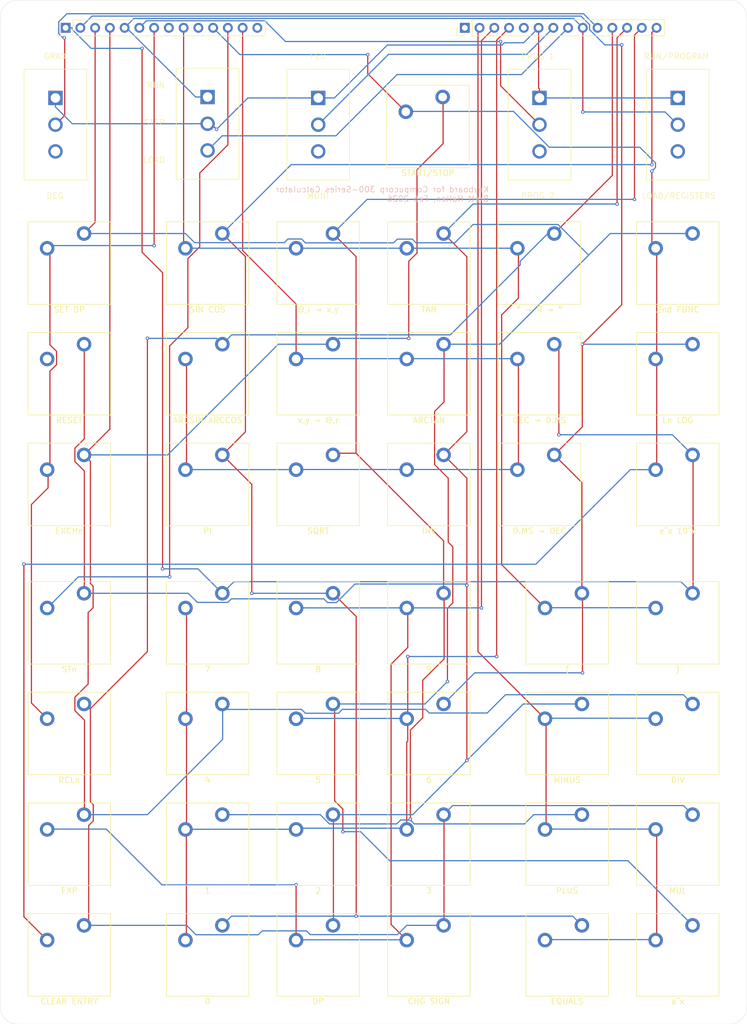
<source format=kicad_pcb>
(kicad_pcb (version 20241229) (generator "pcbnew") (generator_version "9.0")
  (title_block (title "Compucorp 300-Series Calculator Keyboard") (date "3/FEB/2026") (rev "WIP") (company "Brett Hallen"))
  (layers (0 "F.Cu" signal) (2 "B.Cu" signal) (13 "F.Paste" user) (15 "B.Paste" user) (5 "F.SilkS" user "F.Silkscreen") (7 "B.SilkS" user "B.Silkscreen") (1 "F.Mask" user) (3 "B.Mask" user) (25 "Edge.Cuts" user))
  (net 0 "")
  (net 1 "KB Col 3")
  (net 2 "KB Col 5")
  (net 3 "KB PROG 1")
  (net 5 "KB Col 2")
  (net 6 "KB Col 6")
  (net 7 "KB Col 4")
  (net 8 "KB Row 3")
  (net 9 "KB Row 2")
  (net 10 "KB RUN")
  (net 12 "KB Row 1")
  (net 13 "KB Col 1")
  (net 14 "KB Row 4")
  (net 15 "TCL02_38")
  (net 16 "KB FED")
  (net 17 "KB Row 8")
  (net 18 "KB Row 5")
  (net 19 "KB Col 7")
  (net 21 "KB LOAD")
  (net 22 "KB Col 8")
  (net 24 "KB Row 7")
  (net 25 "KB Col 9")
  (net 26 "KB Row 6")
  (net 27 "KB GRAD")
  (footprint "Connector_PinHeader_2.54mm:PinHeader_1x14_P2.54mm_Vertical" (layer "F.Cu") (at 116.0489 21.4317 90)
    (property "Reference" "J2" (hide yes))
    (property "Value" "Keyboard Right" (hide yes))
  )
  (footprint "Clueless_Engineer:L101021MS02Q" (layer "F.Cu") (at 128.9076 33.5008 180)
    (property "Reference" "SW46" (hide yes))
    (property "Value" "PROG 1/2" (hide yes))
  )
  (footprint "Clueless_Engineer:L101021MS02Q" (layer "F.Cu") (at 152.7206 33.5008 180)
    (property "Reference" "SW45" (hide yes))
    (property "Value" "RUN/LOAD" (hide yes))
  )
  (footprint "PCM_Switch_Keyboard_Cherry_MX:SW_Cherry_MX_PCB_1.00u" (layer "F.Cu") (at 152.7206 61.9138)
    (property "Reference" "SW10" (hide yes))
    (property "Value" "2nd FUNC")
  )
  (footprint "PCM_Switch_Keyboard_Cherry_MX:SW_Cherry_MX_PCB_1.00u" (layer "F.Cu") (at 47.9434 100.0146)
    (property "Reference" "SW14" (hide yes))
    (property "Value" "EXCHn")
  )
  (footprint "PCM_Switch_Keyboard_Cherry_MX:SW_Cherry_MX_PCB_1.00u" (layer "F.Cu") (at 71.7564 80.9642)
    (property "Reference" "SW23" (hide yes))
    (property "Value" "ARCSIN ARCCOS")
  )
  (footprint "PCM_Switch_Keyboard_Cherry_MX:SW_Cherry_MX_PCB_1.00u" (layer "F.Cu") (at 90.8068 80.9642)
    (property "Reference" "SW16" (hide yes))
    (property "Value" "x,y → Θ,r")
  )
  (footprint "PCM_Switch_Keyboard_Cherry_MX:SW_Cherry_MX_PCB_1.00u" (layer "F.Cu") (at 152.7206 142.878)
    (property "Reference" "SW17" (hide yes))
    (property "Value" "DIV")
  )
  (footprint "PCM_Switch_Keyboard_Cherry_MX:SW_Cherry_MX_PCB_1.00u" (layer "F.Cu") (at 133.6702 142.878)
    (property "Reference" "SW31" (hide yes))
    (property "Value" "MINUS")
  )
  (footprint "PCM_Switch_Keyboard_Cherry_MX:SW_Cherry_MX_PCB_1.00u" (layer "F.Cu") (at 128.9076 61.9138)
    (property "Reference" "SW22" (hide yes))
    (property "Value" "º → R → º")
  )
  (footprint "PCM_Switch_Keyboard_Cherry_MX:SW_Cherry_MX_PCB_1.00u" (layer "F.Cu") (at 71.7564 142.878)
    (property "Reference" "SW19" (hide yes))
    (property "Value" "4")
  )
  (footprint "PCM_Switch_Keyboard_Cherry_MX:SW_Cherry_MX_PCB_1.00u" (layer "F.Cu") (at 133.6702 161.9284)
    (property "Reference" "SW36" (hide yes))
    (property "Value" "PLUS")
  )
  (footprint "PCM_Switch_Keyboard_Cherry_MX:SW_Cherry_MX_PCB_1.00u" (layer "F.Cu") (at 90.8068 123.8276)
    (property "Reference" "SW42" (hide yes))
    (property "Value" "8")
  )
  (footprint "PCM_Switch_Keyboard_Cherry_MX:SW_Cherry_MX_PCB_1.00u" (layer "F.Cu") (at 47.9434 180.9788)
    (property "Reference" "SW21" (hide yes))
    (property "Value" "CLEAR ENTRY")
  )
  (footprint "PCM_Switch_Keyboard_Cherry_MX:SW_Cherry_MX_PCB_1.00u" (layer "F.Cu") (at 90.8068 142.878)
    (property "Reference" "SW13" (hide yes))
    (property "Value" "5")
  )
  (footprint "PCM_Switch_Keyboard_Cherry_MX:SW_Cherry_MX_PCB_1.00u" (layer "F.Cu") (at 109.8572 61.9138)
    (property "Reference" "SW29" (hide yes))
    (property "Value" "TAN")
  )
  (footprint "PCM_Switch_Keyboard_Cherry_MX:SW_Cherry_MX_PCB_1.00u" (layer "F.Cu") (at 152.7206 180.9788)
    (property "Reference" "SW12" (hide yes))
    (property "Value" "a^x")
  )
  (footprint "PCM_Switch_Keyboard_Cherry_MX:SW_Cherry_MX_PCB_1.00u" (layer "F.Cu") (at 109.8572 80.9642)
    (property "Reference" "SW11" (hide yes))
    (property "Value" "ARCTAN")
  )
  (footprint "Clueless_Engineer:L101021MS02Q" (layer "F.Cu") (at 90.8068 33.5008 180)
    (property "Reference" "SW44" (hide yes))
    (property "Value" "FED/MUNI" (hide yes))
  )
  (footprint "PCM_Switch_Keyboard_Cherry_MX:SW_Cherry_MX_PCB_1.00u" (layer "F.Cu") (at 109.8572 123.8276)
    (property "Reference" "SW37" (hide yes))
    (property "Value" "9")
  )
  (footprint "PCM_Switch_Keyboard_Cherry_MX:SW_Cherry_MX_PCB_1.00u" (layer "F.Cu") (at 128.9076 80.9642)
    (property "Reference" "SW3" (hide yes))
    (property "Value" "DEC → D.MS")
  )
  (footprint "PCM_Switch_Keyboard_Cherry_MX:SW_Cherry_MX_PCB_1.00u" (layer "F.Cu") (at 90.8068 161.9284)
    (property "Reference" "SW33" (hide yes))
    (property "Value" "2")
  )
  (footprint "PCM_Switch_Keyboard_Cherry_MX:SW_Cherry_MX_PCB_1.00u" (layer "F.Cu") (at 90.8068 100.0146)
    (property "Reference" "SW35" (hide yes))
    (property "Value" "SQRT")
  )
  (footprint "PCM_Switch_Keyboard_Cherry_MX:SW_Cherry_MX_PCB_1.00u" (layer "F.Cu") (at 152.7206 80.9642)
    (property "Reference" "SW5" (hide yes))
    (property "Value" "Ln LOG")
  )
  (footprint "PCM_Switch_Keyboard_Cherry_MX:SW_Cherry_MX_PCB_1.00u" (layer "F.Cu") (at 71.7564 100.0146)
    (property "Reference" "SW40" (hide yes))
    (property "Value" "PI")
  )
  (footprint "PCM_Switch_Keyboard_Cherry_MX:SW_Cherry_MX_PCB_1.00u" (layer "F.Cu") (at 109.8572 100.0146)
    (property "Reference" "SW30" (hide yes))
    (property "Value" "INV")
  )
  (footprint "PCM_Switch_Keyboard_Cherry_MX:SW_Cherry_MX_PCB_1.00u" (layer "F.Cu") (at 71.7564 61.9138)
    (property "Reference" "SW39" (hide yes))
    (property "Value" "SIN COS")
  )
  (footprint "Clueless_Engineer:L101021MS02Q" (layer "F.Cu") (at 71.7564 33.3382 180)
    (property "Reference" "SW47" (hide yes))
    (property "Value" "RUN/STEP/LOAD" (hide yes))
  )
  (footprint "PCM_Switch_Keyboard_Cherry_MX:SW_Cherry_MX_PCB_1.00u" (layer "F.Cu") (at 90.8068 180.9788)
    (property "Reference" "SW32" (hide yes))
    (property "Value" "DP")
  )
  (footprint "PCM_Switch_Keyboard_Cherry_MX:SW_Cherry_MX_PCB_1.00u" (layer "F.Cu") (at 71.7564 161.9284)
    (property "Reference" "SW38" (hide yes))
    (property "Value" "1")
  )
  (footprint "PCM_Switch_Keyboard_Cherry_MX:SW_Cherry_MX_PCB_1.00u" (layer "F.Cu") (at 71.7564 180.9788)
    (property "Reference" "SW43" (hide yes))
    (property "Value" "0")
  )
  (footprint "PCM_Switch_Keyboard_Cherry_MX:SW_Cherry_MX_PCB_1.00u" (layer "F.Cu") (at 109.8572 161.9284)
    (property "Reference" "SW26" (hide yes))
    (property "Value" "3")
  )
  (footprint "PCM_Switch_Keyboard_Cherry_MX:SW_Cherry_MX_PCB_1.00u" (layer "F.Cu") (at 152.7206 161.9284)
    (property "Reference" "SW24" (hide yes))
    (property "Value" "MUL")
  )
  (footprint "PCM_Switch_Keyboard_Cherry_MX:SW_Cherry_MX_PCB_1.00u" (layer "F.Cu") (at 47.9434 80.9642)
    (property "Reference" "SW28" (hide yes))
    (property "Value" "RESET")
  )
  (footprint "PCM_Switch_Keyboard_Cherry_MX:SW_Cherry_MX_PCB_1.00u" (layer "F.Cu") (at 47.9434 161.9284)
    (property "Reference" "SW18" (hide yes))
    (property "Value" "EXP")
  )
  (footprint "Clueless_Engineer:L101021MS02Q" (layer "F.Cu") (at 45.5621 33.5008 180)
    (property "Reference" "SW48" (hide yes))
    (property "Value" "GRAD/DEG" (hide yes))
  )
  (footprint "PCM_Switch_Keyboard_Cherry_MX:SW_Cherry_MX_PCB_1.00u" (layer "F.Cu") (at 47.9434 142.878)
    (property "Reference" "SW20" (hide yes))
    (property "Value" "RCLn")
  )
  (footprint "Connector_PinHeader_2.54mm:PinHeader_1x14_P2.54mm_Vertical" (layer "F.Cu") (at 47.3086 21.4317 90)
    (property "Reference" "J1" (hide yes))
    (property "Value" "Keyboard Left" (hide yes))
  )
  (footprint "PCM_Switch_Keyboard_Cherry_MX:SW_Cherry_MX_PCB_1.00u" (layer "F.Cu") (at 152.7206 123.8276)
    (property "Reference" "SW2" (hide yes))
    (property "Value" ")")
  )
  (footprint "PCM_Switch_Keyboard_Cherry_MX:SW_Cherry_MX_PCB_1.00u" (layer "F.Cu") (at 152.7206 100.0146)
    (property "Reference" "SW1" (hide yes))
    (property "Value" "e^x 10^x")
  )
  (footprint "PCM_Switch_Keyboard_Cherry_MX:SW_Cherry_MX_PCB_1.00u" (layer "F.Cu") (at 133.6702 123.8276)
    (property "Reference" "SW6" (hide yes))
    (property "Value" "(")
  )
  (footprint "PCM_Switch_Keyboard_Cherry_MX:SW_Cherry_MX_PCB_1.00u" (layer "F.Cu") (at 90.8068 61.9138)
    (property "Reference" "SW34" (hide yes))
    (property "Value" "Θ,r → x,y")
  )
  (footprint "PCM_Switch_Keyboard_Cherry_MX:SW_Cherry_MX_PCB_1.00u" (layer "F.Cu") (at 47.9434 61.9138)
    (property "Reference" "SW9" (hide yes))
    (property "Value" "SET DP")
  )
  (footprint "PCM_Switch_Keyboard_Cherry_MX:SW_Cherry_MX_PCB_1.00u" (layer "F.Cu") (at 71.7564 123.8276)
    (property "Reference" "SW4" (hide yes))
    (property "Value" "7")
  )
  (footprint "PCM_Switch_Keyboard_Cherry_MX:SW_Cherry_MX_PCB_1.00u" (layer "F.Cu") (at 109.8572 180.9788)
    (property "Reference" "SW25" (hide yes))
    (property "Value" "CHG SIGN")
  )
  (footprint "PCM_Switch_Keyboard_Cherry_MX:SW_Cherry_MX_PCB_1.00u" (layer "F.Cu") (at 109.8572 142.878)
    (property "Reference" "SW8" (hide yes))
    (property "Value" "6")
  )
  (footprint "PCM_Switch_Keyboard_Cherry_MX:SW_Cherry_MX_PCB_1.00u" (layer "F.Cu") (at 47.9434 123.8276)
    (property "Reference" "SW27" (hide yes))
    (property "Value" "STn")
  )
  (footprint "PCM_Switch_Keyboard_Cherry_MX:SW_Cherry_MX_PCB_1.00u" (layer "F.Cu") (at 133.6702 180.9788)
    (property "Reference" "SW41" (hide yes))
    (property "Value" "EQUALS")
  )
  (footprint "PCM_Switch_Keyboard_Cherry_MX:SW_Cherry_MX_PCB_1.00u" (layer "F.Cu") (at 128.9076 100.0146)
    (property "Reference" "SW7" (hide yes))
    (property "Value" "D.MS → DEC")
  )
  (footprint "PCM_Switch_Keyboard_Cherry_MX:SW_Cherry_MX_PCB_1.00u" (layer "F.Cu") (at 109.6985 38.4182)
    (property "Reference" "SW15" (hide yes))
    (property "Value" "START/STOP")
  )
  (gr_arc (start 36.0369 19.6691) (mid 36.91558 17.54778) (end 39.0369 16.6691) (stroke (width 0.05)) (layer "Edge.Cuts"))
  (gr_line (start 161.6271 192.8853) (end 39.0369 192.8853) (stroke (width 0.05)) (layer "Edge.Cuts"))
  (gr_arc (start 39.0369 192.8853) (mid 36.91558 192.00662) (end 36.0369 189.8853) (stroke (width 0.05)) (layer "Edge.Cuts"))
  (gr_line (start 36.0369 189.8853) (end 36.0369 19.6691) (stroke (width 0.05)) (layer "Edge.Cuts"))
  (gr_arc (start 161.6271 16.6691) (mid 163.74842 17.54778) (end 164.6271 19.6691) (stroke (width 0.05)) (layer "Edge.Cuts"))
  (gr_line (start 164.6271 19.6691) (end 164.6271 189.8853) (stroke (width 0.05)) (layer "Edge.Cuts"))
  (gr_arc (start 164.6271 189.8853) (mid 163.74842 192.00662) (end 161.6271 192.8853) (stroke (width 0.05)) (layer "Edge.Cuts"))
  (gr_line (start 39.0369 16.6691) (end 161.6271 16.6691) (stroke (width 0.05)) (layer "Edge.Cuts"))
  (gr_text "MUNI" (at 88.8434 50.9388 0) (layer "F.SilkS") (effects (font (size 1 1) (thickness 0.1)) (justify left bottom)))
  (gr_text "DEG" (at 43.9684 50.9388 0) (layer "F.SilkS") (effects (font (size 1 1) (thickness 0.1)) (justify left bottom)))
  (gr_text "RUN\n\n\n\nSTEP\n\n\n\nLOAD" (at 64.4684 44.7638 0) (layer "F.SilkS") (effects (font (size 1 1) (thickness 0.1)) (justify right bottom)))
  (gr_text "GRAD" (at 43.49221 26.9138 0) (layer "F.SilkS") (effects (font (size 1 1) (thickness 0.1)) (justify left bottom)))
  (gr_text "PROG 2" (at 125.6684 50.9388 0) (layer "F.SilkS") (effects (font (size 1 1) (thickness 0.1)) (justify left bottom)))
  (gr_text "LOAD/REGISTERS" (at 146.4684 50.9388 0) (layer "F.SilkS") (effects (font (size 1 1) (thickness 0.1)) (justify left bottom)))
  (gr_text "PROG 1" (at 125.6684 26.9138 0) (layer "F.SilkS") (effects (font (size 1 1) (thickness 0.1)) (justify left bottom)))
  (gr_text "FED" (at 89.31959 26.9138 0) (layer "F.SilkS") (effects (font (size 1 1) (thickness 0.1)) (justify left bottom)))
  (gr_text "RUN/PROGRAM" (at 146.8184 26.9138 0) (layer "F.SilkS") (effects (font (size 1 1) (thickness 0.1)) (justify left bottom)))
  (gr_text "Keyboard for Compucorp 300-Series Calculator\nBrett Hallen, Feb 2026" (at 120.2684 51.4388 0) (layer "B.SilkS") (effects (font (size 1 1) (thickness 0.1)) (justify left bottom mirror)))
  (segment (start 129.8602 121.2876) (end 122.3977 113.8251) (width 0.2) (layer "F.Cu") (net 2))
  (segment (start 67.6286 59.056) (end 67.6286 21.4317) (width 0.2) (layer "F.Cu") (net 2))
  (segment (start 125.2755 67.9434) (end 125.2755 59.5517) (width 0.2) (layer "F.Cu") (net 2))
  (segment (start 67.9464 59.3738) (end 67.6286 59.056) (width 0.2) (layer "F.Cu") (net 2))
  (segment (start 122.3977 113.8251) (end 122.3977 70.8212) (width 0.2) (layer "F.Cu") (net 2))
  (segment (start 125.2755 59.5517) (end 125.0976 59.3738) (width 0.2) (layer "F.Cu") (net 2))
  (segment (start 122.3977 70.8212) (end 125.2755 67.9434) (width 0.2) (layer "F.Cu") (net 2))
  (segment (start 106.0472 59.3598) (end 125.0836 59.3598) (width 0.2) (layer "B.Cu") (net 2))
  (segment (start 129.8602 121.2876) (end 129.9103 121.2375) (width 0.2) (layer "B.Cu") (net 2))
  (segment (start 86.9968 59.3598) (end 67.9604 59.3598) (width 0.2) (layer "B.Cu") (net 2))
  (segment (start 86.9968 59.3738) (end 86.9968 59.3598) (width 0.2) (layer "B.Cu") (net 2))
  (segment (start 67.9604 59.3598) (end 67.9464 59.3738) (width 0.2) (layer "B.Cu") (net 2))
  (segment (start 106.0472 59.3598) (end 106.0472 59.3738) (width 0.2) (layer "B.Cu") (net 2))
  (segment (start 86.9968 59.3598) (end 106.0472 59.3598) (width 0.2) (layer "B.Cu") (net 2))
  (segment (start 129.9103 121.2375) (end 148.8605 121.2375) (width 0.2) (layer "B.Cu") (net 2))
  (segment (start 148.8605 121.2375) (end 148.9106 121.2876) (width 0.2) (layer "B.Cu") (net 2))
  (segment (start 125.0836 59.3598) (end 125.0976 59.3738) (width 0.2) (layer "B.Cu") (net 2))
  (segment (start 128.9076 38.1008) (end 122.2142 31.4074) (width 0.2) (layer "F.Cu") (net 3))
  (segment (start 122.2142 31.4074) (end 122.2142 23.7878) (width 0.2) (layer "F.Cu") (net 3))
  (via (at 122.2142 23.7878) (size 0.6) (drill 0.3) (layers "F.Cu" "B.Cu") (net 3))
  (segment (start 85.1644 23.7878) (end 81.5907 20.2141) (width 0.2) (layer "B.Cu") (net 3))
  (segment (start 81.5907 20.2141) (end 61.2262 20.2141) (width 0.2) (layer "B.Cu") (net 3))
  (segment (start 61.2262 20.2141) (end 60.0086 21.4317) (width 0.2) (layer "B.Cu") (net 3))
  (segment (start 122.2142 23.7878) (end 85.1644 23.7878) (width 0.2) (layer "B.Cu") (net 3))
  (segment (start 68.3622 73.0461) (end 65.2182 76.1901) (width 0.2) (layer "F.Cu") (net 5))
  (segment (start 68.3622 61.1525) (end 68.3622 73.0461) (width 0.2) (layer "F.Cu") (net 5))
  (segment (start 70.4077 46.4144) (end 70.4077 59.107) (width 0.2) (layer "F.Cu") (net 5))
  (segment (start 65.2182 76.1901) (end 65.2182 115.9172) (width 0.2) (layer "F.Cu") (net 5))
  (segment (start 70.4077 59.107) (end 68.3622 61.1525) (width 0.2) (layer "F.Cu") (net 5))
  (segment (start 75.2486 21.4317) (end 75.2486 41.5735) (width 0.2) (layer "F.Cu") (net 5))
  (segment (start 75.2486 41.5735) (end 70.4077 46.4144) (width 0.2) (layer "F.Cu") (net 5))
  (via (at 65.2182 115.9172) (size 0.6) (drill 0.3) (layers "F.Cu" "B.Cu") (net 5))
  (segment (start 44.1334 121.2876) (end 49.5038 115.9172) (width 0.2) (layer "B.Cu") (net 5))
  (segment (start 49.5038 115.9172) (end 65.2182 115.9172) (width 0.2) (layer "B.Cu") (net 5))
  (segment (start 125.2755 78.6021) (end 125.0976 78.4242) (width 0.2) (layer "F.Cu") (net 6))
  (segment (start 68.1243 97.2967) (end 68.1243 78.6021) (width 0.2) (layer "F.Cu") (net 6))
  (segment (start 77.7886 59.7601) (end 77.7886 21.4317) (width 0.2) (layer "F.Cu") (net 6))
  (segment (start 67.9464 97.4746) (end 68.1243 97.2967) (width 0.2) (layer "F.Cu") (net 6))
  (segment (start 68.1243 78.6021) (end 67.9464 78.4242) (width 0.2) (layer "F.Cu") (net 6))
  (segment (start 86.9968 78.4242) (end 86.9968 68.9683) (width 0.2) (layer "F.Cu") (net 6))
  (segment (start 125.2755 97.2967) (end 125.2755 78.6021) (width 0.2) (layer "F.Cu") (net 6))
  (segment (start 86.9968 68.9683) (end 77.7886 59.7601) (width 0.2) (layer "F.Cu") (net 6))
  (segment (start 125.0976 97.4746) (end 125.2755 97.2967) (width 0.2) (layer "F.Cu") (net 6))
  (segment (start 106.0472 97.4466) (end 87.0248 97.4466) (width 0.2) (layer "B.Cu") (net 6))
  (segment (start 67.9581 97.4629) (end 86.9851 97.4629) (width 0.2) (layer "B.Cu") (net 6))
  (segment (start 106.1032 78.3682) (end 106.0472 78.4242) (width 0.2) (layer "B.Cu") (net 6))
  (segment (start 125.0976 97.4746) (end 125.0696 97.4466) (width 0.2) (layer "B.Cu") (net 6))
  (segment (start 87.0248 97.4466) (end 86.9968 97.4746) (width 0.2) (layer "B.Cu") (net 6))
  (segment (start 87.0528 78.3682) (end 86.9968 78.4242) (width 0.2) (layer "B.Cu") (net 6))
  (segment (start 67.9464 97.4746) (end 67.9581 97.4629) (width 0.2) (layer "B.Cu") (net 6))
  (segment (start 105.9912 78.3682) (end 87.0528 78.3682) (width 0.2) (layer "B.Cu") (net 6))
  (segment (start 125.0416 78.3682) (end 106.1032 78.3682) (width 0.2) (layer "B.Cu") (net 6))
  (segment (start 125.0976 78.4242) (end 125.0416 78.3682) (width 0.2) (layer "B.Cu") (net 6))
  (segment (start 125.0696 97.4466) (end 106.0472 97.4466) (width 0.2) (layer "B.Cu") (net 6))
  (segment (start 86.9851 97.4629) (end 86.9968 97.4746) (width 0.2) (layer "B.Cu") (net 6))
  (segment (start 106.0472 97.4466) (end 106.0472 97.4746) (width 0.2) (layer "B.Cu") (net 6))
  (segment (start 106.0472 78.4242) (end 105.9912 78.3682) (width 0.2) (layer "B.Cu") (net 6))
  (segment (start 149.0885 78.2463) (end 149.0885 59.5517) (width 0.2) (layer "F.Cu") (net 7))
  (segment (start 148.2569 58.7201) (end 148.2569 46.0946) (width 0.2) (layer "F.Cu") (net 7))
  (segment (start 105.8885 35.8782) (end 99.3348 29.3245) (width 0.2) (layer "F.Cu") (net 7))
  (segment (start 99.3348 29.3245) (end 99.3348 26.0381) (width 0.2) (layer "F.Cu") (net 7))
  (segment (start 149.0885 59.5517) (end 148.9106 59.3738) (width 0.2) (layer "F.Cu") (net 7))
  (segment (start 40.1279 174.4333) (end 40.1279 113.7473) (width 0.2) (layer "F.Cu") (net 7))
  (segment (start 44.1334 178.4388) (end 40.1279 174.4333) (width 0.2) (layer "F.Cu") (net 7))
  (segment (start 148.9106 78.4242) (end 149.0885 78.2463) (width 0.2) (layer "F.Cu") (net 7))
  (segment (start 148.9106 97.4746) (end 149.0885 97.2967) (width 0.2) (layer "F.Cu") (net 7))
  (segment (start 149.0885 97.2967) (end 149.0885 78.6021) (width 0.2) (layer "F.Cu") (net 7))
  (segment (start 148.9106 59.3738) (end 148.2569 58.7201) (width 0.2) (layer "F.Cu") (net 7))
  (segment (start 149.0885 78.6021) (end 148.9106 78.4242) (width 0.2) (layer "F.Cu") (net 7))
  (via (at 40.1279 113.7473) (size 0.6) (drill 0.3) (layers "F.Cu" "B.Cu") (net 7))
  (via (at 148.2569 46.0946) (size 0.6) (drill 0.3) (layers "F.Cu" "B.Cu") (net 7))
  (via (at 99.3348 26.0381) (size 0.6) (drill 0.3) (layers "F.Cu" "B.Cu") (net 7))
  (segment (start 144.5514 97.4746) (end 148.9106 97.4746) (width 0.2) (layer "B.Cu") (net 7))
  (segment (start 105.8885 35.8782) (end 105.9445 35.8222) (width 0.2) (layer "B.Cu") (net 7))
  (segment (start 105.9445 35.8222) (end 124.4285 35.8222) (width 0.2) (layer "B.Cu") (net 7))
  (segment (start 124.4285 35.8222) (end 130.5912 41.9849) (width 0.2) (layer "B.Cu") (net 7))
  (segment (start 148.8804 44.6813) (end 148.8804 45.4711) (width 0.2) (layer "B.Cu") (net 7))
  (segment (start 99.3348 26.0381) (end 77.315 26.0381) (width 0.2) (layer "B.Cu") (net 7))
  (segment (start 77.315 26.0381) (end 72.7086 21.4317) (width 0.2) (layer "B.Cu") (net 7))
  (segment (start 146.184 41.9849) (end 148.8804 44.6813) (width 0.2) (layer "B.Cu") (net 7))
  (segment (start 40.1279 113.7473) (end 128.2787 113.7473) (width 0.2) (layer "B.Cu") (net 7))
  (segment (start 128.2787 113.7473) (end 144.5514 97.4746) (width 0.2) (layer "B.Cu") (net 7))
  (segment (start 148.8804 45.4711) (end 148.2569 46.0946) (width 0.2) (layer "B.Cu") (net 7))
  (segment (start 130.5912 41.9849) (end 146.184 41.9849) (width 0.2) (layer "B.Cu") (net 7))
  (segment (start 113.9779 110.7442) (end 113.1928 109.9591) (width 0.2) (layer "F.Cu") (net 8))
  (segment (start 52.3886 54.9286) (end 52.3886 21.4317) (width 0.2) (layer "F.Cu") (net 8))
  (segment (start 113.9779 120.4079) (end 113.9779 110.7442) (width 0.2) (layer "F.Cu") (net 8))
  (segment (start 113.1928 109.9591) (end 113.1928 98.952) (width 0.2) (layer "F.Cu") (net 8))
  (segment (start 93.6351 154.4717) (end 95.0464 155.883) (width 0.2) (layer "F.Cu") (net 8))
  (segment (start 50.4834 56.8338) (end 52.3886 54.9286) (width 0.2) (layer "F.Cu") (net 8))
  (segment (start 93.3468 137.798) (end 93.6351 138.0863) (width 0.2) (layer "F.Cu") (net 8))
  (segment (start 113.1928 98.952) (end 110.8419 96.6011) (width 0.2) (layer "F.Cu") (net 8))
  (segment (start 112.4695 85.8246) (end 112.4695 75.9565) (width 0.2) (layer "F.Cu") (net 8))
  (segment (start 113.0572 121.3286) (end 113.9779 120.4079) (width 0.2) (layer "F.Cu") (net 8))
  (segment (start 110.8419 96.6011) (end 110.8419 87.4522) (width 0.2) (layer "F.Cu") (net 8))
  (segment (start 110.8419 87.4522) (end 112.4695 85.8246) (width 0.2) (layer "F.Cu") (net 8))
  (segment (start 113.0572 133.9353) (end 113.0572 121.3286) (width 0.2) (layer "F.Cu") (net 8))
  (segment (start 112.4695 75.9565) (end 112.3972 75.8842) (width 0.2) (layer "F.Cu") (net 8))
  (segment (start 95.0464 155.883) (end 95.0464 159.7771) (width 0.2) (layer "F.Cu") (net 8))
  (segment (start 93.6351 138.0863) (end 93.6351 154.4717) (width 0.2) (layer "F.Cu") (net 8))
  (via (at 113.0572 133.9353) (size 0.6) (drill 0.3) (layers "F.Cu" "B.Cu") (net 8))
  (via (at 95.0464 159.7771) (size 0.6) (drill 0.3) (layers "F.Cu" "B.Cu") (net 8))
  (segment (start 104.4233 57.7961) (end 107.0095 57.7961) (width 0.2) (layer "B.Cu") (net 8))
  (segment (start 141.0884 56.8338) (end 137.3701 60.5521) (width 0.2) (layer "B.Cu") (net 8))
  (segment (start 107.6452 58.4318) (end 114.3289 58.4318) (width 0.2) (layer "B.Cu") (net 8))
  (segment (start 103.7772 58.4422) (end 104.4233 57.7961) (width 0.2) (layer "B.Cu") (net 8))
  (segment (start 50.4834 56.8338) (end 67.9464 56.8338) (width 0.2) (layer "B.Cu") (net 8))
  (segment (start 87.9362 57.7732) (end 88.6052 58.4422) (width 0.2) (layer "B.Cu") (net 8))
  (segment (start 155.2606 175.8988) (end 144.1332 164.7714) (width 0.2) (layer "B.Cu") (net 8))
  (segment (start 88.6052 58.4422) (end 103.7772 58.4422) (width 0.2) (layer "B.Cu") (net 8))
  (segment (start 103.0902 164.7714) (end 98.0959 159.7771) (width 0.2) (layer "B.Cu") (net 8))
  (segment (start 84.9739 58.4037) (end 85.6044 57.7732) (width 0.2) (layer "B.Cu") (net 8))
  (segment (start 85.6044 57.7732) (end 87.9362 57.7732) (width 0.2) (layer "B.Cu") (net 8))
  (segment (start 114.3289 58.4318) (end 117.4832 55.2775) (width 0.2) (layer "B.Cu") (net 8))
  (segment (start 117.4832 55.2775) (end 132.0955 55.2775) (width 0.2) (layer "B.Cu") (net 8))
  (segment (start 67.9464 56.8338) (end 69.5163 58.4037) (width 0.2) (layer "B.Cu") (net 8))
  (segment (start 107.0095 57.7961) (end 107.6452 58.4318) (width 0.2) (layer "B.Cu") (net 8))
  (segment (start 93.3468 137.798) (end 109.1945 137.798) (width 0.2) (layer "B.Cu") (net 8))
  (segment (start 144.1332 164.7714) (end 103.0902 164.7714) (width 0.2) (layer "B.Cu") (net 8))
  (segment (start 109.1945 137.798) (end 113.0572 133.9353) (width 0.2) (layer "B.Cu") (net 8))
  (segment (start 155.2606 56.8338) (end 141.0884 56.8338) (width 0.2) (layer "B.Cu") (net 8))
  (segment (start 122.038 75.8842) (end 112.3972 75.8842) (width 0.2) (layer "B.Cu") (net 8))
  (segment (start 98.0959 159.7771) (end 95.0464 159.7771) (width 0.2) (layer "B.Cu") (net 8))
  (segment (start 137.3701 60.5521) (end 122.038 75.8842) (width 0.2) (layer "B.Cu") (net 8))
  (segment (start 69.5163 58.4037) (end 84.9739 58.4037) (width 0.2) (layer "B.Cu") (net 8))
  (segment (start 132.0955 55.2775) (end 137.3701 60.5521) (width 0.2) (layer "B.Cu") (net 8))
  (segment (start 136.2102 118.3246) (end 136.2102 118.7476) (width 0.2) (layer "F.Cu") (net 9))
  (segment (start 131.4476 94.9346) (end 136.2761 90.1061) (width 0.2) (layer "F.Cu") (net 9))
  (segment (start 136.2761 90.1061) (end 136.2761 75.8842) (width 0.2) (layer "F.Cu") (net 9))
  (segment (start 136.2102 118.3246) (end 136.3096 118.424) (width 0.2) (layer "F.Cu") (net 9))
  (segment (start 136.2761 75.8842) (end 143.0653 69.095) (width 0.2) (layer "F.Cu") (net 9))
  (segment (start 136.3096 118.424) (end 136.3096 132.4392) (width 0.2) (layer "F.Cu") (net 9))
  (segment (start 143.0653 69.095) (end 143.0653 24.3674) (width 0.2) (layer "F.Cu") (net 9))
  (segment (start 131.4476 94.9346) (end 136.2102 99.6972) (width 0.2) (layer "F.Cu") (net 9))
  (segment (start 136.2102 99.6972) (end 136.2102 118.3246) (width 0.2) (layer "F.Cu") (net 9))
  (via (at 136.2761 75.8842) (size 0.6) (drill 0.3) (layers "F.Cu" "B.Cu") (net 9))
  (via (at 136.3096 132.4392) (size 0.6) (drill 0.3) (layers "F.Cu" "B.Cu") (net 9))
  (via (at 143.0653 24.3674) (size 0.6) (drill 0.3) (layers "F.Cu" "B.Cu") (net 9))
  (segment (start 136.0499 19.4107) (end 51.8696 19.4107) (width 0.2) (layer "B.Cu") (net 9))
  (segment (start 137.5206 20.8814) (end 136.0499 19.4107) (width 0.2) (layer "B.Cu") (net 9))
  (segment (start 51.8696 19.4107) (end 49.8486 21.4317) (width 0.2) (layer "B.Cu") (net 9))
  (segment (start 143.0653 24.3674) (end 140.1473 24.3674) (width 0.2) (layer "B.Cu") (net 9))
  (segment (start 137.5206 21.7407) (end 137.5206 20.8814) (width 0.2) (layer "B.Cu") (net 9))
  (segment (start 155.2606 75.8842) (end 136.2761 75.8842) (width 0.2) (layer "B.Cu") (net 9))
  (segment (start 140.1473 24.3674) (end 137.5206 21.7407) (width 0.2) (layer "B.Cu") (net 9))
  (segment (start 117.756 132.4392) (end 136.3096 132.4392) (width 0.2) (layer "B.Cu") (net 9))
  (segment (start 112.3972 137.798) (end 117.756 132.4392) (width 0.2) (layer "B.Cu") (net 9))
  (segment (start 136.3689 21.4317) (end 136.3689 35.912) (width 0.2) (layer "F.Cu") (net 10))
  (via (at 136.3689 35.912) (size 0.6) (drill 0.3) (layers "F.Cu" "B.Cu") (net 10))
  (segment (start 71.7564 33.3382) (end 69.7006 33.3382) (width 0.2) (layer "B.Cu") (net 10))
  (segment (start 136.3689 21.4317) (end 134.7496 19.8124) (width 0.2) (layer "B.Cu") (net 10))
  (segment (start 69.7006 33.3382) (end 57.7941 21.4317) (width 0.2) (layer "B.Cu") (net 10))
  (segment (start 134.7496 19.8124) (end 59.0879 19.8124) (width 0.2) (layer "B.Cu") (net 10))
  (segment (start 150.5318 35.912) (end 136.3689 35.912) (width 0.2) (layer "B.Cu") (net 10))
  (segment (start 57.7941 21.4317) (end 57.4686 21.4317) (width 0.2) (layer "B.Cu") (net 10))
  (segment (start 152.7206 38.1008) (end 150.5318 35.912) (width 0.2) (layer "B.Cu") (net 10))
  (segment (start 59.0879 19.8124) (end 57.4686 21.4317) (width 0.2) (layer "B.Cu") (net 10))
  (segment (start 155.3533 118.6549) (end 155.2606 118.7476) (width 0.2) (layer "F.Cu") (net 12))
  (segment (start 64.006 114.5448) (end 64.006 63.578) (width 0.2) (layer "F.Cu") (net 12))
  (segment (start 155.2606 94.9346) (end 155.3533 95.0273) (width 0.2) (layer "F.Cu") (net 12))
  (segment (start 64.006 63.578) (end 60.4747 60.0467) (width 0.2) (layer "F.Cu") (net 12))
  (segment (start 132.2432 76.6798) (end 131.4476 75.8842) (width 0.2) (layer "F.Cu") (net 12))
  (segment (start 60.4747 60.0467) (end 60.4747 24.9632) (width 0.2) (layer "F.Cu") (net 12))
  (segment (start 132.2432 91.4654) (end 132.2432 76.6798) (width 0.2) (layer "F.Cu") (net 12))
  (segment (start 155.3533 95.0273) (end 155.3533 118.6549) (width 0.2) (layer "F.Cu") (net 12))
  (via (at 64.006 114.5448) (size 0.6) (drill 0.3) (layers "F.Cu" "B.Cu") (net 12))
  (via (at 132.2432 91.4654) (size 0.6) (drill 0.3) (layers "F.Cu" "B.Cu") (net 12))
  (via (at 60.4747 24.9632) (size 0.6) (drill 0.3) (layers "F.Cu" "B.Cu") (net 12))
  (segment (start 48.4603 21.7196) (end 48.4603 21.4317) (width 0.2) (layer "B.Cu") (net 12))
  (segment (start 155.2606 94.9346) (end 151.7914 91.4654) (width 0.2) (layer "B.Cu") (net 12))
  (segment (start 47.3086 21.4317) (end 48.4603 21.4317) (width 0.2) (layer "B.Cu") (net 12))
  (segment (start 74.2964 118.7476) (end 70.0936 114.5448) (width 0.2) (layer "B.Cu") (net 12))
  (segment (start 51.7039 24.9632) (end 48.4603 21.7196) (width 0.2) (layer "B.Cu") (net 12))
  (segment (start 60.4747 24.9632) (end 51.7039 24.9632) (width 0.2) (layer "B.Cu") (net 12))
  (segment (start 76.2926 116.7514) (end 74.2964 118.7476) (width 0.2) (layer "B.Cu") (net 12))
  (segment (start 70.0936 114.5448) (end 64.006 114.5448) (width 0.2) (layer "B.Cu") (net 12))
  (segment (start 155.2606 118.7476) (end 153.2644 116.7514) (width 0.2) (layer "B.Cu") (net 12))
  (segment (start 151.7914 91.4654) (end 132.2432 91.4654) (width 0.2) (layer "B.Cu") (net 12))
  (segment (start 153.2644 116.7514) (end 76.2926 116.7514) (width 0.2) (layer "B.Cu") (net 12))
  (segment (start 41.4236 137.6282) (end 41.4236 103.4721) (width 0.2) (layer "F.Cu") (net 13))
  (segment (start 44.6079 75.9746) (end 45.7485 77.1152) (width 0.2) (layer "F.Cu") (net 13))
  (segment (start 44.608 80.5365) (end 44.608 97) (width 0.2) (layer "F.Cu") (net 13))
  (segment (start 44.2901 100.6056) (end 44.2901 97.6313) (width 0.2) (layer "F.Cu") (net 13))
  (segment (start 44.2901 97.6313) (end 44.1334 97.4746) (width 0.2) (layer "F.Cu") (net 13))
  (segment (start 41.4236 103.4721) (end 44.2901 100.6056) (width 0.2) (layer "F.Cu") (net 13))
  (segment (start 44.1334 59.3738) (end 44.6079 59.8483) (width 0.2) (layer "F.Cu") (net 13))
  (segment (start 45.7485 79.396) (end 44.608 80.5365) (width 0.2) (layer "F.Cu") (net 13))
  (segment (start 44.1334 140.338) (end 41.4236 137.6282) (width 0.2) (layer "F.Cu") (net 13))
  (segment (start 45.7485 77.1152) (end 45.7485 79.396) (width 0.2) (layer "F.Cu") (net 13))
  (segment (start 44.6079 59.8483) (end 44.6079 75.9746) (width 0.2) (layer "F.Cu") (net 13))
  (segment (start 62.5486 21.4317) (end 62.5486 58.9085) (width 0.2) (layer "F.Cu") (net 13))
  (segment (start 44.608 97) (end 44.1334 97.4746) (width 0.2) (layer "F.Cu") (net 13))
  (via (at 62.5486 58.9085) (size 0.6) (drill 0.3) (layers "F.Cu" "B.Cu") (net 13))
  (segment (start 44.5987 58.9085) (end 62.5486 58.9085) (width 0.2) (layer "B.Cu") (net 13))
  (segment (start 44.1334 59.3738) (end 44.5987 58.9085) (width 0.2) (layer "B.Cu") (net 13))
  (segment (start 50.4834 156.8484) (end 50.5543 156.7775) (width 0.2) (layer "F.Cu") (net 14))
  (segment (start 50.4834 94.9346) (end 54.9286 90.4894) (width 0.2) (layer "F.Cu") (net 14))
  (segment (start 48.9099 136.6371) (end 51.1875 134.3595) (width 0.2) (layer "F.Cu") (net 14))
  (segment (start 106.3958 61.6121) (end 106.3958 74.8799) (width 0.2) (layer "F.Cu") (net 14))
  (segment (start 107.8184 60.1895) (end 106.3958 61.6121) (width 0.2) (layer "F.Cu") (net 14))
  (segment (start 51.578 96.0292) (end 50.4834 94.9346) (width 0.2) (layer "F.Cu") (net 14))
  (segment (start 107.8184 45.8513) (end 107.8184 60.1895) (width 0.2) (layer "F.Cu") (net 14))
  (segment (start 52.0463 117.5248) (end 51.578 117.0565) (width 0.2) (layer "F.Cu") (net 14))
  (segment (start 48.9099 138.9426) (end 48.9099 136.6371) (width 0.2) (layer "F.Cu") (net 14))
  (segment (start 54.9286 90.4894) (end 54.9286 21.4317) (width 0.2) (layer "F.Cu") (net 14))
  (segment (start 112.3053 33.405) (end 112.3053 41.3644) (width 0.2) (layer "F.Cu") (net 14))
  (segment (start 112.2385 33.3382) (end 112.3053 33.405) (width 0.2) (layer "F.Cu") (net 14))
  (segment (start 50.5543 156.7775) (end 50.5543 140.587) (width 0.2) (layer "F.Cu") (net 14))
  (segment (start 51.578 117.0565) (end 51.578 96.0292) (width 0.2) (layer "F.Cu") (net 14))
  (segment (start 112.3053 41.3644) (end 107.8184 45.8513) (width 0.2) (layer "F.Cu") (net 14))
  (segment (start 51.1875 134.3595) (end 51.1875 122.0827) (width 0.2) (layer "F.Cu") (net 14))
  (segment (start 51.1875 122.0827) (end 52.0463 121.2239) (width 0.2) (layer "F.Cu") (net 14))
  (segment (start 52.0463 121.2239) (end 52.0463 117.5248) (width 0.2) (layer "F.Cu") (net 14))
  (segment (start 50.5543 140.587) (end 48.9099 138.9426) (width 0.2) (layer "F.Cu") (net 14))
  (via (at 106.3958 74.8799) (size 0.6) (drill 0.3) (layers "F.Cu" "B.Cu") (net 14))
  (segment (start 153.673 136.2104) (end 123.0559 136.2104) (width 0.2) (layer "B.Cu") (net 14))
  (segment (start 64.8837 94.9346) (end 50.4834 94.9346) (width 0.2) (layer "B.Cu") (net 14))
  (segment (start 74.3491 143.9041) (end 74.3491 138.7356) (width 0.2) (layer "B.Cu") (net 14))
  (segment (start 50.4834 156.8484) (end 61.4048 156.8484) (width 0.2) (layer "B.Cu") (net 14))
  (segment (start 123.0559 136.2104) (end 119.9138 139.3525) (width 0.2) (layer "B.Cu") (net 14))
  (segment (start 94.2916 139.3932) (end 88.592 139.3932) (width 0.2) (layer "B.Cu") (net 14))
  (segment (start 109.9382 139.3525) (end 109.3109 138.7252) (width 0.2) (layer "B.Cu") (net 14))
  (segment (start 119.9138 139.3525) (end 109.9382 139.3525) (width 0.2) (layer "B.Cu") (net 14))
  (segment (start 93.3468 75.8842) (end 94.3511 74.8799) (width 0.2) (layer "B.Cu") (net 14))
  (segment (start 61.4048 156.8484) (end 74.3491 143.9041) (width 0.2) (layer "B.Cu") (net 14))
  (segment (start 93.3468 75.8842) (end 83.9341 75.8842) (width 0.2) (layer "B.Cu") (net 14))
  (segment (start 88.592 139.3932) (end 87.9344 138.7356) (width 0.2) (layer "B.Cu") (net 14))
  (segment (start 94.3511 74.8799) (end 106.3958 74.8799) (width 0.2) (layer "B.Cu") (net 14))
  (segment (start 155.2606 137.798) (end 153.673 136.2104) (width 0.2) (layer "B.Cu") (net 14))
  (segment (start 87.9344 138.7356) (end 74.3491 138.7356) (width 0.2) (layer "B.Cu") (net 14))
  (segment (start 74.3491 138.7356) (end 74.3491 137.8507) (width 0.2) (layer "B.Cu") (net 14))
  (segment (start 74.3491 137.8507) (end 74.2964 137.798) (width 0.2) (layer "B.Cu") (net 14))
  (segment (start 83.9341 75.8842) (end 64.8837 94.9346) (width 0.2) (layer "B.Cu") (net 14))
  (segment (start 109.3109 138.7252) (end 94.9596 138.7252) (width 0.2) (layer "B.Cu") (net 14))
  (segment (start 94.9596 138.7252) (end 94.2916 139.3932) (width 0.2) (layer "B.Cu") (net 14))
  (segment (start 72.3229 37.9382) (end 73.2869 38.9022) (width 0.2) (layer "F.Cu") (net 15))
  (segment (start 128.9076 33.5008) (end 128.9076 31.9616) (width 0.2) (layer "F.Cu") (net 15))
  (segment (start 128.9076 31.9616) (end 128.7489 31.8029) (width 0.2) (layer "F.Cu") (net 15))
  (segment (start 128.7489 31.8029) (end 128.7489 21.4317) (width 0.2) (layer "F.Cu") (net 15))
  (segment (start 71.7564 37.9382) (end 72.3229 37.9382) (width 0.2) (layer "F.Cu") (net 15))
  (via (at 73.2869 38.9022) (size 0.6) (drill 0.3) (layers "F.Cu" "B.Cu") (net 15))
  (segment (start 102.7027 24.3895) (end 122.4634 24.3895) (width 0.2) (layer "B.Cu") (net 15))
  (segment (start 48.4603 37.9382) (end 71.7564 37.9382) (width 0.2) (layer "B.Cu") (net 15))
  (segment (start 126.1749 24.0057) (end 128.7489 21.4317) (width 0.2) (layer "B.Cu") (net 15))
  (segment (start 122.4634 24.3895) (end 122.8471 24.0058) (width 0.2) (layer "B.Cu") (net 15))
  (segment (start 92.346 33.5008) (end 93.5914 33.5008) (width 0.2) (layer "B.Cu") (net 15))
  (segment (start 93.5914 33.5008) (end 102.7027 24.3895) (width 0.2) (layer "B.Cu") (net 15))
  (segment (start 90.8068 33.5008) (end 92.346 33.5008) (width 0.2) (layer "B.Cu") (net 15))
  (segment (start 122.8471 24.0057) (end 126.1749 24.0057) (width 0.2) (layer "B.Cu") (net 15))
  (segment (start 89.2676 33.5008) (end 78.6883 33.5008) (width 0.2) (layer "B.Cu") (net 15))
  (segment (start 45.5621 33.5008) (end 45.5621 35.04) (width 0.2) (layer "B.Cu") (net 15))
  (segment (start 90.8068 33.5008) (end 89.2676 33.5008) (width 0.2) (layer "B.Cu") (net 15))
  (segment (start 78.6883 33.5008) (end 73.2869 38.9022) (width 0.2) (layer "B.Cu") (net 15))
  (segment (start 152.7206 33.5008) (end 128.9076 33.5008) (width 0.2) (layer "B.Cu") (net 15))
  (segment (start 122.8471 24.0058) (end 122.8471 24.0057) (width 0.2) (layer "B.Cu") (net 15))
  (segment (start 45.5621 35.04) (end 48.4603 37.9382) (width 0.2) (layer "B.Cu") (net 15))
  (segment (start 102.9115 25.9961) (end 126.7246 25.9961) (width 0.2) (layer "B.Cu") (net 16))
  (segment (start 126.7246 25.9961) (end 126.7246 25.996) (width 0.2) (layer "B.Cu") (net 16))
  (segment (start 90.8068 38.1008) (end 102.9115 25.9961) (width 0.2) (layer "B.Cu") (net 16))
  (segment (start 126.7246 25.996) (end 131.2889 21.4317) (width 0.2) (layer "B.Cu") (net 16))
  (segment (start 97.3447 122.7455) (end 97.3447 174.3159) (width 0.2) (layer "F.Cu") (net 17))
  (segment (start 93.3468 118.7476) (end 97.3447 122.7455) (width 0.2) (layer "F.Cu") (net 17))
  (segment (start 78.2679 60.8074) (end 78.2679 90.9631) (width 0.2) (layer "F.Cu") (net 17))
  (segment (start 148.2569 22.2437) (end 148.2569 44.975) (width 0.2) (layer "F.Cu") (net 17))
  (segment (start 149.0689 21.4317) (end 148.2569 22.2437) (width 0.2) (layer "F.Cu") (net 17))
  (segment (start 74.2964 94.9346) (end 79.3673 100.0055) (width 0.2) (layer "F.Cu") (net 17))
  (segment (start 74.2964 56.8359) (end 78.2679 60.8074) (width 0.2) (layer "F.Cu") (net 17))
  (segment (start 79.3673 100.0055) (end 79.3673 118.7476) (width 0.2) (layer "F.Cu") (net 17))
  (segment (start 74.2964 56.8338) (end 74.2964 56.8359) (width 0.2) (layer "F.Cu") (net 17))
  (segment (start 78.2679 90.9631) (end 74.2964 94.9346) (width 0.2) (layer "F.Cu") (net 17))
  (via (at 79.3673 118.7476) (size 0.6) (drill 0.3) (layers "F.Cu" "B.Cu") (net 17))
  (via (at 148.2569 44.975) (size 0.6) (drill 0.3) (layers "F.Cu" "B.Cu") (net 17))
  (via (at 97.3447 174.3159) (size 0.6) (drill 0.3) (layers "F.Cu" "B.Cu") (net 17))
  (segment (start 86.1552 44.975) (end 148.2569 44.975) (width 0.2) (layer "B.Cu") (net 17))
  (segment (start 74.2964 175.8988) (end 75.8793 174.3159) (width 0.2) (layer "B.Cu") (net 17))
  (segment (start 75.8793 174.3159) (end 97.3447 174.3159) (width 0.2) (layer "B.Cu") (net 17))
  (segment (start 136.2102 175.8988) (end 134.6273 174.3159) (width 0.2) (layer "B.Cu") (net 17))
  (segment (start 74.2964 56.8338) (end 86.1552 44.975) (width 0.2) (layer "B.Cu") (net 17))
  (segment (start 93.3468 118.7476) (end 79.3673 118.7476) (width 0.2) (layer "B.Cu") (net 17))
  (segment (start 134.6273 174.3159) (end 97.3447 174.3159) (width 0.2) (layer "B.Cu") (net 17))
  (segment (start 52.0663 157.9305) (end 51.279 158.7178) (width 0.2) (layer "F.Cu") (net 18))
  (segment (start 61.3949 128.7803) (end 61.3949 74.8761) (width 0.2) (layer "F.Cu") (net 18))
  (segment (start 52.0663 155.1225) (end 52.0663 157.9305) (width 0.2) (layer "F.Cu") (net 18))
  (segment (start 51.279 175.1032) (end 50.4834 175.8988) (width 0.2) (layer "F.Cu") (net 18))
  (segment (start 112.3972 175.8988) (end 112.4664 175.8296) (width 0.2) (layer "F.Cu") (net 18))
  (segment (start 51.2789 138.5935) (end 51.5817 138.5935) (width 0.2) (layer "F.Cu") (net 18))
  (segment (start 51.5817 138.5935) (end 51.5817 154.6379) (width 0.2) (layer "F.Cu") (net 18))
  (segment (start 112.4664 156.9176) (end 112.3972 156.8484) (width 0.2) (layer "F.Cu") (net 18))
  (segment (start 112.4664 175.8296) (end 112.4664 156.9176) (width 0.2) (layer "F.Cu") (net 18))
  (segment (start 141.4489 46.8325) (end 131.4476 56.8338) (width 0.2) (layer "F.Cu") (net 18))
  (segment (start 51.5817 154.6379) (end 52.0663 155.1225) (width 0.2) (layer "F.Cu") (net 18))
  (segment (start 51.5817 138.5935) (end 61.3949 128.7803) (width 0.2) (layer "F.Cu") (net 18))
  (segment (start 51.279 158.7178) (end 51.279 175.1032) (width 0.2) (layer "F.Cu") (net 18))
  (segment (start 141.4489 21.4317) (end 141.4489 46.8325) (width 0.2) (layer "F.Cu") (net 18))
  (segment (start 50.4834 137.798) (end 51.2789 138.5935) (width 0.2) (layer "F.Cu") (net 18))
  (via (at 61.3949 74.8761) (size 0.6) (drill 0.3) (layers "F.Cu" "B.Cu") (net 18))
  (segment (start 131.4476 56.8338) (end 130.3467 56.8338) (width 0.2) (layer "B.Cu") (net 18))
  (segment (start 73.2883 74.8761) (end 61.3949 74.8761) (width 0.2) (layer "B.Cu") (net 18))
  (segment (start 153.6944 155.2822) (end 113.9634 155.2822) (width 0.2) (layer "B.Cu") (net 18))
  (segment (start 125.5722 61.6083) (end 125.5722 62.2573) (width 0.2) (layer "B.Cu") (net 18))
  (segment (start 130.3467 56.8338) (end 125.5722 61.6083) (width 0.2) (layer "B.Cu") (net 18))
  (segment (start 106.0472 175.8988) (end 104.452 177.494) (width 0.2) (layer "B.Cu") (net 18))
  (segment (start 68.1344 175.8988) (end 50.4834 175.8988) (width 0.2) (layer "B.Cu") (net 18))
  (segment (start 89.416 177.494) (end 88.7738 176.8518) (width 0.2) (layer "B.Cu") (net 18))
  (segment (start 80.4978 177.5179) (end 69.7535 177.5179) (width 0.2) (layer "B.Cu") (net 18))
  (segment (start 75.9078 74.2728) (end 74.2964 75.8842) (width 0.2) (layer "B.Cu") (net 18))
  (segment (start 74.2964 75.8842) (end 73.2883 74.8761) (width 0.2) (layer "B.Cu") (net 18))
  (segment (start 69.7535 177.5179) (end 68.1344 175.8988) (width 0.2) (layer "B.Cu") (net 18))
  (segment (start 104.452 177.494) (end 89.416 177.494) (width 0.2) (layer "B.Cu") (net 18))
  (segment (start 112.3972 175.8988) (end 106.0472 175.8988) (width 0.2) (layer "B.Cu") (net 18))
  (segment (start 125.5722 62.2573) (end 113.5567 74.2728) (width 0.2) (layer "B.Cu") (net 18))
  (segment (start 88.7738 176.8518) (end 81.1639 176.8518) (width 0.2) (layer "B.Cu") (net 18))
  (segment (start 81.1639 176.8518) (end 80.4978 177.5179) (width 0.2) (layer "B.Cu") (net 18))
  (segment (start 155.2606 156.8484) (end 153.6944 155.2822) (width 0.2) (layer "B.Cu") (net 18))
  (segment (start 113.5567 74.2728) (end 75.9078 74.2728) (width 0.2) (layer "B.Cu") (net 18))
  (segment (start 113.9634 155.2822) (end 112.3972 156.8484) (width 0.2) (layer "B.Cu") (net 18))
  (segment (start 149.0885 178.2609) (end 149.0885 159.5663) (width 0.2) (layer "F.Cu") (net 19))
  (segment (start 118.5889 21.4317) (end 118.3156 21.705) (width 0.2) (layer "F.Cu") (net 19))
  (segment (start 149.0885 159.5663) (end 148.9106 159.3884) (width 0.2) (layer "F.Cu") (net 19))
  (segment (start 118.3156 128.7934) (end 129.8602 140.338) (width 0.2) (layer "F.Cu") (net 19))
  (segment (start 130.0381 140.5159) (end 129.8602 140.338) (width 0.2) (layer "F.Cu") (net 19))
  (segment (start 130.0381 159.2105) (end 130.0381 140.5159) (width 0.2) (layer "F.Cu") (net 19))
  (segment (start 118.3156 21.705) (end 118.3156 128.7934) (width 0.2) (layer "F.Cu") (net 19))
  (segment (start 148.9106 178.4388) (end 149.0885 178.2609) (width 0.2) (layer "F.Cu") (net 19))
  (segment (start 129.8602 159.3884) (end 130.0381 159.2105) (width 0.2) (layer "F.Cu") (net 19))
  (segment (start 129.9497 140.2485) (end 148.8211 140.2485) (width 0.2) (layer "B.Cu") (net 19))
  (segment (start 148.9106 159.3884) (end 148.8546 159.3324) (width 0.2) (layer "B.Cu") (net 19))
  (segment (start 129.8602 178.4388) (end 129.9497 178.3493) (width 0.2) (layer "B.Cu") (net 19))
  (segment (start 148.8546 159.3324) (end 129.9162 159.3324) (width 0.2) (layer "B.Cu") (net 19))
  (segment (start 148.8211 178.3493) (end 148.9106 178.4388) (width 0.2) (layer "B.Cu") (net 19))
  (segment (start 129.9497 178.3493) (end 148.8211 178.3493) (width 0.2) (layer "B.Cu") (net 19))
  (segment (start 129.9162 159.3324) (end 129.8602 159.3884) (width 0.2) (layer "B.Cu") (net 19))
  (segment (start 148.8211 140.2485) (end 148.9106 140.338) (width 0.2) (layer "B.Cu") (net 19))
  (segment (start 129.8602 140.338) (end 129.9497 140.2485) (width 0.2) (layer "B.Cu") (net 19))
  (segment (start 71.7564 42.5382) (end 74.2782 40.0164) (width 0.2) (layer "B.Cu") (net 21))
  (segment (start 93.8486 40.0164) (end 104.387 29.478) (width 0.2) (layer "B.Cu") (net 21))
  (segment (start 74.2782 40.0164) (end 93.8486 40.0164) (width 0.2) (layer "B.Cu") (net 21))
  (segment (start 125.7826 29.478) (end 133.8289 21.4317) (width 0.2) (layer "B.Cu") (net 21))
  (segment (start 104.387 29.478) (end 125.7826 29.478) (width 0.2) (layer "B.Cu") (net 21))
  (segment (start 86.9968 178.4388) (end 86.9968 168.9251) (width 0.2) (layer "F.Cu") (net 22))
  (segment (start 118.9173 23.6433) (end 118.9173 121.2596) (width 0.2) (layer "F.Cu") (net 22))
  (segment (start 106.2251 128.0756) (end 106.2251 121.4655) (width 0.2) (layer "F.Cu") (net 22))
  (segment (start 121.1289 21.4317) (end 118.9173 23.6433) (width 0.2) (layer "F.Cu") (net 22))
  (segment (start 106.0472 178.4388) (end 103.3502 175.7418) (width 0.2) (layer "F.Cu") (net 22))
  (segment (start 103.3502 130.9505) (end 106.2251 128.0756) (width 0.2) (layer "F.Cu") (net 22))
  (segment (start 106.2251 121.4655) (end 106.0472 121.2876) (width 0.2) (layer "F.Cu") (net 22))
  (segment (start 103.3502 175.7418) (end 103.3502 130.9505) (width 0.2) (layer "F.Cu") (net 22))
  (via (at 118.9173 121.2596) (size 0.6) (drill 0.3) (layers "F.Cu" "B.Cu") (net 22))
  (via (at 86.9968 168.9251) (size 0.6) (drill 0.3) (layers "F.Cu" "B.Cu") (net 22))
  (segment (start 54.3086 159.3324) (end 63.9013 168.9251) (width 0.2) (layer "B.Cu") (net 22))
  (segment (start 44.1894 159.3324) (end 54.3086 159.3324) (width 0.2) (layer "B.Cu") (net 22))
  (segment (start 87.0248 121.2596) (end 106.0472 121.2596) (width 0.2) (layer "B.Cu") (net 22))
  (segment (start 106.0472 178.4388) (end 105.9912 178.3828) (width 0.2) (layer "B.Cu") (net 22))
  (segment (start 86.9968 121.2876) (end 87.0248 121.2596) (width 0.2) (layer "B.Cu") (net 22))
  (segment (start 63.9013 168.9251) (end 86.9968 168.9251) (width 0.2) (layer "B.Cu") (net 22))
  (segment (start 87.0528 178.3828) (end 86.9968 178.4388) (width 0.2) (layer "B.Cu") (net 22))
  (segment (start 105.9912 178.3828) (end 87.0528 178.3828) (width 0.2) (layer "B.Cu") (net 22))
  (segment (start 106.0472 121.2596) (end 118.9173 121.2596) (width 0.2) (layer "B.Cu") (net 22))
  (segment (start 106.0472 121.2876) (end 106.0472 121.2596) (width 0.2) (layer "B.Cu") (net 22))
  (segment (start 44.1334 159.3884) (end 44.1894 159.3324) (width 0.2) (layer "B.Cu") (net 22))
  (segment (start 93.6374 94.644) (end 93.3468 94.9346) (width 0.2) (layer "F.Cu") (net 24))
  (segment (start 97.3118 94.644) (end 112.3972 109.7294) (width 0.2) (layer "F.Cu") (net 24))
  (segment (start 108.8027 133.7254) (end 108.8027 140.1694) (width 0.2) (layer "F.Cu") (net 24))
  (segment (start 145.2617 50.9552) (end 145.2617 22.6989) (width 0.2) (layer "F.Cu") (net 24))
  (segment (start 97.3183 60.8053) (end 97.3183 94.6375) (width 0.2) (layer "F.Cu") (net 24))
  (segment (start 145.2617 22.6989) (end 146.5289 21.4317) (width 0.2) (layer "F.Cu") (net 24))
  (segment (start 106.6732 142.2989) (end 106.6732 157.6173) (width 0.2) (layer "F.Cu") (net 24))
  (segment (start 112.3972 118.7476) (end 112.4852 118.8356) (width 0.2) (layer "F.Cu") (net 24))
  (segment (start 112.3972 109.7294) (end 112.3972 118.7476) (width 0.2) (layer "F.Cu") (net 24))
  (segment (start 97.3183 94.6375) (end 97.3118 94.644) (width 0.2) (layer "F.Cu") (net 24))
  (segment (start 112.4852 130.0429) (end 108.8027 133.7254) (width 0.2) (layer "F.Cu") (net 24))
  (segment (start 108.8027 140.1694) (end 106.6732 142.2989) (width 0.2) (layer "F.Cu") (net 24))
  (segment (start 97.3118 94.644) (end 93.6374 94.644) (width 0.2) (layer "F.Cu") (net 24))
  (segment (start 93.3468 56.8338) (end 97.3183 60.8053) (width 0.2) (layer "F.Cu") (net 24))
  (segment (start 112.4852 118.8356) (end 112.4852 130.0429) (width 0.2) (layer "F.Cu") (net 24))
  (via (at 106.6732 157.6173) (size 0.6) (drill 0.3) (layers "F.Cu" "B.Cu") (net 24))
  (via (at 145.2617 50.9552) (size 0.6) (drill 0.3) (layers "F.Cu" "B.Cu") (net 24))
  (segment (start 93.3468 56.8338) (end 99.2254 50.9552) (width 0.2) (layer "B.Cu") (net 24))
  (segment (start 104.319 158.4436) (end 104.9953 157.7673) (width 0.2) (layer "B.Cu") (net 24))
  (segment (start 99.2254 50.9552) (end 145.2617 50.9552) (width 0.2) (layer "B.Cu") (net 24))
  (segment (start 74.2964 156.8484) (end 91.1524 156.8484) (width 0.2) (layer "B.Cu") (net 24))
  (segment (start 104.9953 157.7673) (end 106.6732 157.7673) (width 0.2) (layer "B.Cu") (net 24))
  (segment (start 106.6732 157.7673) (end 106.6732 157.6173) (width 0.2) (layer "B.Cu") (net 24))
  (segment (start 92.7476 158.4436) (end 104.319 158.4436) (width 0.2) (layer "B.Cu") (net 24))
  (segment (start 106.6732 157.7673) (end 107.3471 158.4412) (width 0.2) (layer "B.Cu") (net 24))
  (segment (start 127.9166 156.8484) (end 136.2102 156.8484) (width 0.2) (layer "B.Cu") (net 24))
  (segment (start 91.1524 156.8484) (end 92.7476 158.4436) (width 0.2) (layer "B.Cu") (net 24))
  (segment (start 107.3471 158.4412) (end 126.3238 158.4412) (width 0.2) (layer "B.Cu") (net 24))
  (segment (start 126.3238 158.4412) (end 127.9166 156.8484) (width 0.2) (layer "B.Cu") (net 24))
  (segment (start 106.0472 144.3776) (end 106.0472 159.3884) (width 0.2) (layer "F.Cu") (net 25))
  (segment (start 68.1244 138.8042) (end 68.1244 140.16) (width 0.2) (layer "F.Cu") (net 25))
  (segment (start 68.1244 121.4656) (end 68.1244 138.8042) (width 0.2) (layer "F.Cu") (net 25))
  (segment (start 67.9464 121.2876) (end 68.1244 121.4656) (width 0.2) (layer "F.Cu") (net 25))
  (segment (start 121.5306 23.57) (end 121.5306 129.6321) (width 0.2) (layer "F.Cu") (net 25))
  (segment (start 68.1031 178.2821) (end 68.1031 159.5451) (width 0.2) (layer "F.Cu") (net 25))
  (segment (start 68.1031 159.5451) (end 67.9464 159.3884) (width 0.2) (layer "F.Cu") (net 25))
  (segment (start 106.0472 140.338) (end 106.2216 140.5124) (width 0.2) (layer "F.Cu") (net 25))
  (segment (start 106.2216 141.0827) (end 106.2216 129.6321) (width 0.2) (layer "F.Cu") (net 25))
  (segment (start 106.2216 140.5124) (end 106.2216 141.0827) (width 0.2) (layer "F.Cu") (net 25))
  (segment (start 68.1244 140.16) (end 67.9464 140.338) (width 0.2) (layer "F.Cu") (net 25))
  (segment (start 68.1244 138.8042) (end 68.1244 159.2104) (width 0.2) (layer "F.Cu") (net 25))
  (segment (start 106.2216 144.2032) (end 106.0472 144.3776) (width 0.2) (layer "F.Cu") (net 25))
  (segment (start 68.1244 159.2104) (end 67.9464 159.3884) (width 0.2) (layer "F.Cu") (net 25))
  (segment (start 106.2216 141.0827) (end 106.2216 144.2032) (width 0.2) (layer "F.Cu") (net 25))
  (segment (start 67.9464 178.4388) (end 68.1031 178.2821) (width 0.2) (layer "F.Cu") (net 25))
  (segment (start 123.6689 21.4317) (end 121.5306 23.57) (width 0.2) (layer "F.Cu") (net 25))
  (via (at 121.5306 129.6321) (size 0.6) (drill 0.3) (layers "F.Cu" "B.Cu") (net 25))
  (via (at 106.2216 129.6321) (size 0.6) (drill 0.3) (layers "F.Cu" "B.Cu") (net 25))
  (segment (start 105.9912 140.282) (end 87.0528 140.282) (width 0.2) (layer "B.Cu") (net 25))
  (segment (start 86.9968 159.3604) (end 67.9744 159.3604) (width 0.2) (layer "B.Cu") (net 25))
  (segment (start 86.9968 159.3604) (end 86.9968 159.3884) (width 0.2) (layer "B.Cu") (net 25))
  (segment (start 105.8342 159.1754) (end 87.1818 159.1754) (width 0.2) (layer "B.Cu") (net 25))
  (segment (start 67.9744 159.3604) (end 67.9464 159.3884) (width 0.2) (layer "B.Cu") (net 25))
  (segment (start 106.0472 140.338) (end 105.9912 140.282) (width 0.2) (layer "B.Cu") (net 25))
  (segment (start 87.1818 159.1754) (end 86.9968 159.3604) (width 0.2) (layer "B.Cu") (net 25))
  (segment (start 106.0472 159.3884) (end 105.8342 159.1754) (width 0.2) (layer "B.Cu") (net 25))
  (segment (start 106.2216 129.6321) (end 121.5306 129.6321) (width 0.2) (layer "B.Cu") (net 25))
  (segment (start 87.0528 140.282) (end 86.9968 140.338) (width 0.2) (layer "B.Cu") (net 25))
  (segment (start 93.3468 175.8988) (end 93.4189 175.8267) (width 0.2) (layer "F.Cu") (net 26))
  (segment (start 50.5202 75.921) (end 50.5202 92.1634) (width 0.2) (layer "F.Cu") (net 26))
  (segment (start 142.2665 51.7527) (end 142.2665 23.1541) (width 0.2) (layer "F.Cu") (net 26))
  (segment (start 50.5344 118.6966) (end 50.4834 118.7476) (width 0.2) (layer "F.Cu") (net 26))
  (segment (start 142.2665 23.1541) (end 143.9889 21.4317) (width 0.2) (layer "F.Cu") (net 26))
  (segment (start 48.9099 93.7737) (end 48.9099 96.0792) (width 0.2) (layer "F.Cu") (net 26))
  (segment (start 48.9099 96.0792) (end 50.5344 97.7037) (width 0.2) (layer "F.Cu") (net 26))
  (segment (start 50.4834 75.8842) (end 50.5202 75.921) (width 0.2) (layer "F.Cu") (net 26))
  (segment (start 93.4189 156.9205) (end 93.3468 156.8484) (width 0.2) (layer "F.Cu") (net 26))
  (segment (start 116.3974 117.3742) (end 116.3974 98.9348) (width 0.2) (layer "F.Cu") (net 26))
  (segment (start 116.3974 117.3742) (end 116.3974 147.5157) (width 0.2) (layer "F.Cu") (net 26))
  (segment (start 116.3974 60.834) (end 116.3974 90.9344) (width 0.2) (layer "F.Cu") (net 26))
  (segment (start 112.3972 56.8338) (end 116.3974 60.834) (width 0.2) (layer "F.Cu") (net 26))
  (segment (start 50.5202 92.1634) (end 48.9099 93.7737) (width 0.2) (layer "F.Cu") (net 26))
  (segment (start 50.5344 97.7037) (end 50.5344 118.6966) (width 0.2) (layer "F.Cu") (net 26))
  (segment (start 116.3974 98.9348) (end 112.3972 94.9346) (width 0.2) (layer "F.Cu") (net 26))
  (segment (start 93.4189 175.8267) (end 93.4189 156.9205) (width 0.2) (layer "F.Cu") (net 26))
  (segment (start 116.3974 90.9344) (end 112.3972 94.9346) (width 0.2) (layer "F.Cu") (net 26))
  (via (at 116.3974 147.5157) (size 0.6) (drill 0.3) (layers "F.Cu" "B.Cu") (net 26))
  (via (at 142.2665 51.7527) (size 0.6) (drill 0.3) (layers "F.Cu" "B.Cu") (net 26))
  (via (at 116.3974 117.3742) (size 0.6) (drill 0.3) (layers "F.Cu" "B.Cu") (net 26))
  (segment (start 93.9461 120.3428) (end 97.1358 117.1531) (width 0.2) (layer "B.Cu") (net 26))
  (segment (start 112.3972 56.8338) (end 117.4783 51.7527) (width 0.2) (layer "B.Cu") (net 26))
  (segment (start 93.3468 156.8484) (end 107.0647 156.8484) (width 0.2) (layer "B.Cu") (net 26))
  (segment (start 97.1358 117.1531) (end 116.1763 117.1531) (width 0.2) (layer "B.Cu") (net 26))
  (segment (start 68.428 118.7476) (end 69.9954 120.315) (width 0.2) (layer "B.Cu") (net 26))
  (segment (start 116.3974 147.5157) (end 126.1136 137.7995) (width 0.2) (layer "B.Cu") (net 26))
  (segment (start 132.3676 137.798) (end 136.2102 137.798) (width 0.2) (layer "B.Cu") (net 26))
  (segment (start 92.402 120.3428) (end 93.9461 120.3428) (width 0.2) (layer "B.Cu") (net 26))
  (segment (start 117.4783 51.7527) (end 142.2665 51.7527) (width 0.2) (layer "B.Cu") (net 26))
  (segment (start 69.9954 120.315) (end 75.2486 120.315) (width 0.2) (layer "B.Cu") (net 26))
  (segment (start 126.1136 137.7995) (end 132.3661 137.7995) (width 0.2) (layer "B.Cu") (net 26))
  (segment (start 107.0647 156.8484) (end 116.3974 147.5157) (width 0.2) (layer "B.Cu") (net 26))
  (segment (start 75.8596 119.704) (end 91.7632 119.704) (width 0.2) (layer "B.Cu") (net 26))
  (segment (start 132.3661 137.7995) (end 132.3676 137.798) (width 0.2) (layer "B.Cu") (net 26))
  (segment (start 116.1763 117.1531) (end 116.3974 117.3742) (width 0.2) (layer "B.Cu") (net 26))
  (segment (start 91.7632 119.704) (end 92.402 120.3428) (width 0.2) (layer "B.Cu") (net 26))
  (segment (start 75.2486 120.315) (end 75.8596 119.704) (width 0.2) (layer "B.Cu") (net 26))
  (segment (start 50.4834 118.7476) (end 68.428 118.7476) (width 0.2) (layer "B.Cu") (net 26))
  (segment (start 47.1532 36.5097) (end 47.1532 23.2201) (width 0.2) (layer "F.Cu") (net 27))
  (segment (start 45.5621 38.1008) (end 47.1532 36.5097) (width 0.2) (layer "F.Cu") (net 27))
  (segment (start 47.1532 23.2201) (end 47.0852 23.1521) (width 0.2) (layer "F.Cu") (net 27))
  (via (at 47.0852 23.1521) (size 0.6) (drill 0.3) (layers "F.Cu" "B.Cu") (net 27))
  (segment (start 136.4862 19.009) (end 47.5257 19.009) (width 0.2) (layer "B.Cu") (net 27))
  (segment (start 46.8461 23.1521) (end 47.0852 23.1521) (width 0.2) (layer "B.Cu") (net 27))
  (segment (start 46.1294 22.4354) (end 46.8461 23.1521) (width 0.2) (layer "B.Cu") (net 27))
  (segment (start 47.5257 19.009) (end 46.1294 20.4053) (width 0.2) (layer "B.Cu") (net 27))
  (segment (start 46.1294 20.4053) (end 46.1294 22.4354) (width 0.2) (layer "B.Cu") (net 27))
  (segment (start 138.9089 21.4317) (end 136.4862 19.009) (width 0.2) (layer "B.Cu") (net 27))
)
</source>
